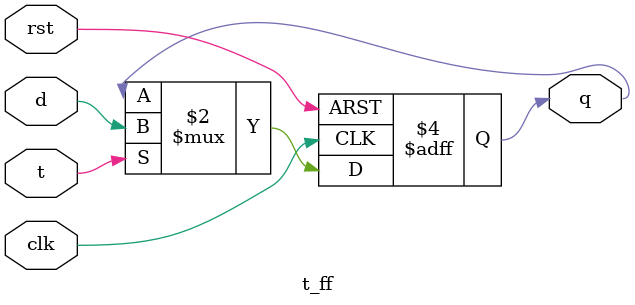
<source format=v>


// if t is 1 then q is the same as d
// if t is 0 then q is the same as q_prev

module t_ff(
    input clk,
    input rst,
    input t,
    input d,
    output reg q
);

always @(posedge clk or posedge rst)begin
    if(rst)
        q <= 1'b0;
    else if(t)
        q <= d;
end
endmodule
</source>
